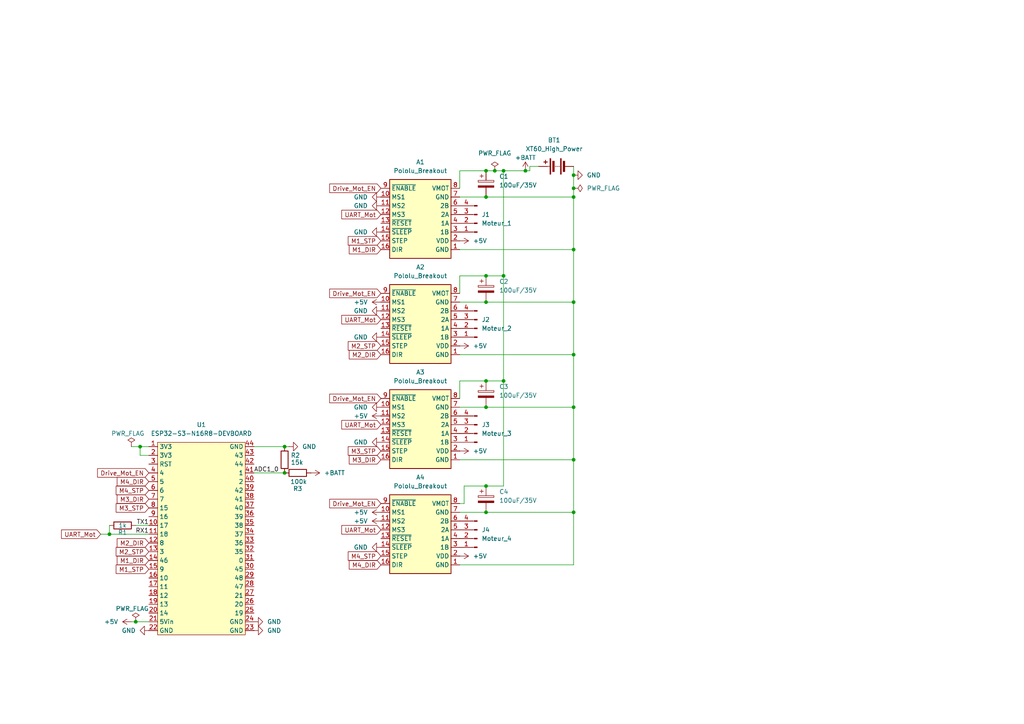
<source format=kicad_sch>
(kicad_sch (version 20231120) (generator "eeschema") (generator_version "8.0")
  (paper "A4")
  (title_block (title "Carte de commande principale") (date "2025-01-26") (rev "0.1") (company "Valentin G."))
  (lib_symbols
    (symbol "Connector:Conn_01x04_Pin" (pin_names (offset 1.016) hide)
      (property "Reference" "J" (at 0 5.08 0))
      (property "Value" "Conn_01x04_Pin" (at 0 -7.62 0))
      (symbol "Conn_01x04_Pin_1_1"
        (polyline (pts (xy 1.27 -5.08) (xy 0.8636 -5.08)) (stroke (width 0.1524)))
        (polyline (pts (xy 1.27 -2.54) (xy 0.8636 -2.54)) (stroke (width 0.1524)))
        (polyline (pts (xy 1.27 0) (xy 0.8636 0)) (stroke (width 0.1524)))
        (polyline (pts (xy 1.27 2.54) (xy 0.8636 2.54)) (stroke (width 0.1524)))
        (rectangle (start 0.8636 -4.953) (end 0 -5.207) (stroke (width 0.1524)) (fill (type outline)))
        (rectangle (start 0.8636 -2.413) (end 0 -2.667) (stroke (width 0.1524)) (fill (type outline)))
        (rectangle (start 0.8636 0.127) (end 0 -0.127) (stroke (width 0.1524)) (fill (type outline)))
        (rectangle (start 0.8636 2.667) (end 0 2.413) (stroke (width 0.1524)) (fill (type outline)))
        (pin passive line (at 5.08 2.54 180) (length 3.81) (name "Pin_1") (number "1"))
        (pin passive line (at 5.08 0 180) (length 3.81) (name "Pin_2") (number "2"))
        (pin passive line (at 5.08 -2.54 180) (length 3.81) (name "Pin_3") (number "3"))
        (pin passive line (at 5.08 -5.08 180) (length 3.81) (name "Pin_4") (number "4"))
      )
    )
    (symbol "Custom:ESP32-S3-DEVBOARD"
      (property "Reference" "U" (at 13.462 -25.4 0))
      (property "Value" "ESP32-S3-N16R8-DEVBOARD" (at 14.986 3.048 0))
      (symbol "ESP32-S3-DEVBOARD_0_0"
        (pin power_in line (at 0 0 0) (length 2.54) (name "3V3") (number "1"))
        (pin bidirectional line (at 0 -22.86 0) (length 2.54) (name "17") (number "10"))
        (pin bidirectional line (at 0 -25.4 0) (length 2.54) (name "18") (number "11"))
        (pin bidirectional line (at 0 -27.94 0) (length 2.54) (name "8") (number "12"))
        (pin bidirectional line (at 0 -30.48 0) (length 2.54) (name "3") (number "13"))
        (pin bidirectional line (at 0 -33.02 0) (length 2.54) (name "46") (number "14"))
        (pin bidirectional line (at 0 -35.56 0) (length 2.54) (name "9") (number "15"))
        (pin bidirectional line (at 0 -38.1 0) (length 2.54) (name "10") (number "16"))
        (pin bidirectional line (at 0 -40.64 0) (length 2.54) (name "11") (number "17"))
        (pin bidirectional line (at 0 -43.18 0) (length 2.54) (name "12") (number "18"))
        (pin bidirectional line (at 0 -45.72 0) (length 2.54) (name "13") (number "19"))
        (pin power_in line (at 0 -2.54 0) (length 2.54) (name "3V3") (number "2"))
        (pin bidirectional line (at 0 -48.26 0) (length 2.54) (name "14") (number "20"))
        (pin power_in line (at 0 -50.8 0) (length 2.54) (name "5Vin") (number "21"))
        (pin power_in line (at 0 -53.34 0) (length 2.54) (name "GND") (number "22"))
        (pin power_in line (at 30.48 -53.34 180) (length 2.54) (name "GND") (number "23"))
        (pin power_in line (at 30.48 -50.8 180) (length 2.54) (name "GND") (number "24"))
        (pin bidirectional line (at 30.48 -48.26 180) (length 2.54) (name "19") (number "25"))
        (pin bidirectional line (at 30.48 -45.72 180) (length 2.54) (name "20") (number "26"))
        (pin input line (at 0 -5.08 0) (length 2.54) (name "RST") (number "3"))
        (pin bidirectional line (at 0 -7.62 0) (length 2.54) (name "4") (number "4"))
        (pin bidirectional line (at 0 -10.16 0) (length 2.54) (name "5") (number "5"))
        (pin bidirectional line (at 0 -12.7 0) (length 2.54) (name "6") (number "6"))
        (pin bidirectional line (at 0 -15.24 0) (length 2.54) (name "7") (number "7"))
        (pin bidirectional line (at 0 -17.78 0) (length 2.54) (name "15") (number "8"))
        (pin bidirectional line (at 0 -20.32 0) (length 2.54) (name "16") (number "9"))
      )
      (symbol "ESP32-S3-DEVBOARD_0_1"
        (rectangle (start 2.54 1.27) (end 27.94 -54.61) (fill (type background)))
      )
      (symbol "ESP32-S3-DEVBOARD_1_0"
        (pin bidirectional line (at 30.48 -43.18 180) (length 2.54) (name "21") (number "27"))
        (pin bidirectional line (at 30.48 -40.64 180) (length 2.54) (name "47") (number "28"))
        (pin bidirectional line (at 30.48 -38.1 180) (length 2.54) (name "48") (number "29"))
        (pin bidirectional line (at 30.48 -35.56 180) (length 2.54) (name "45") (number "30"))
        (pin bidirectional line (at 30.48 -33.02 180) (length 2.54) (name "0") (number "31"))
        (pin bidirectional line (at 30.48 -30.48 180) (length 2.54) (name "35") (number "32"))
        (pin bidirectional line (at 30.48 -27.94 180) (length 2.54) (name "36") (number "33"))
        (pin bidirectional line (at 30.48 -25.4 180) (length 2.54) (name "37") (number "34"))
        (pin bidirectional line (at 30.48 -22.86 180) (length 2.54) (name "38") (number "35"))
        (pin bidirectional line (at 30.48 -20.32 180) (length 2.54) (name "39") (number "36"))
        (pin bidirectional line (at 30.48 -17.78 180) (length 2.54) (name "40") (number "37"))
        (pin bidirectional line (at 30.48 -15.24 180) (length 2.54) (name "41") (number "38"))
        (pin bidirectional line (at 30.48 -12.7 180) (length 2.54) (name "42") (number "39"))
        (pin bidirectional line (at 30.48 -10.16 180) (length 2.54) (name "2") (number "40"))
        (pin bidirectional line (at 30.48 -7.62 180) (length 2.54) (name "1") (number "41"))
        (pin bidirectional line (at 30.48 -5.08 180) (length 2.54) (name "44") (number "42"))
        (pin bidirectional line (at 30.48 -2.54 180) (length 2.54) (name "43") (number "43"))
        (pin power_in line (at 30.48 0 180) (length 2.54) (name "GND") (number "44"))
      )
    )
    (symbol "Custom:Pololu_Breakout_Stepper_Driver"
      (property "Reference" "A" (at -0.762 8.636 0))
      (property "Value" "Pololu_Breakout" (at 8.382 6.604 0))
      (symbol "Pololu_Breakout_Stepper_Driver_0_1"
        (rectangle (start -7.62 5.08) (end 10.16 -17.78) (stroke (width 0.254)) (fill (type background)))
      )
      (symbol "Pololu_Breakout_Stepper_Driver_1_1"
        (pin power_in line (at 12.7 -15.24 180) (length 2.54) (name "GND") (number "1"))
        (pin input line (at -10.16 0 0) (length 2.54) (name "MS1") (number "10"))
        (pin input line (at -10.16 -2.54 0) (length 2.54) (name "MS2") (number "11"))
        (pin input line (at -10.16 -5.08 0) (length 2.54) (name "MS3") (number "12"))
        (pin input line (at -10.16 -7.62 0) (length 2.54) (name "~{RESET}") (number "13"))
        (pin input line (at -10.16 -10.16 0) (length 2.54) (name "~{SLEEP}") (number "14"))
        (pin input line (at -10.16 -12.7 0) (length 2.54) (name "STEP") (number "15"))
        (pin input line (at -10.16 -15.24 0) (length 2.54) (name "DIR") (number "16"))
        (pin power_in line (at 12.7 -12.7 180) (length 2.54) (name "VDD") (number "2"))
        (pin output line (at 12.7 -10.16 180) (length 2.54) (name "1B") (number "3"))
        (pin output line (at 12.7 -7.62 180) (length 2.54) (name "1A") (number "4"))
        (pin output line (at 12.7 -5.08 180) (length 2.54) (name "2A") (number "5"))
        (pin output line (at 12.7 -2.54 180) (length 2.54) (name "2B") (number "6"))
        (pin power_in line (at 12.7 0 180) (length 2.54) (name "GND") (number "7"))
        (pin power_in line (at 12.7 2.54 180) (length 2.54) (name "VMOT") (number "8"))
        (pin input line (at -10.16 2.54 0) (length 2.54) (name "~{ENABLE}") (number "9"))
      )
    )
    (symbol "Device:Battery" (pin_numbers hide) (pin_names (offset 0) hide)
      (property "Reference" "BT" (at 2.54 2.54 0))
      (property "Value" "Battery" (at 2.54 0 0))
      (symbol "Battery_0_1"
        (rectangle (start -2.286 -1.27) (end 2.286 -1.524) (fill (type outline)))
        (rectangle (start -2.286 1.778) (end 2.286 1.524) (fill (type outline)))
        (rectangle (start -1.524 -2.032) (end 1.524 -2.54) (fill (type outline)))
        (rectangle (start -1.524 1.016) (end 1.524 0.508) (fill (type outline)))
        (polyline (pts (xy 0 -1.016) (xy 0 -0.762)))
        (polyline (pts (xy 0 -0.508) (xy 0 -0.254)))
        (polyline (pts (xy 0 0) (xy 0 0.254)))
        (polyline (pts (xy 0 1.778) (xy 0 2.54)))
        (polyline (pts (xy 0.762 3.048) (xy 1.778 3.048)) (stroke (width 0.254)))
        (polyline (pts (xy 1.27 3.556) (xy 1.27 2.54)) (stroke (width 0.254)))
      )
      (symbol "Battery_1_1"
        (pin passive line (at 0 5.08 270) (length 2.54) (name "+") (number "1"))
        (pin passive line (at 0 -5.08 90) (length 2.54) (name "-") (number "2"))
      )
    )
    (symbol "Device:C_Polarized" (pin_numbers hide) (pin_names (offset 0.254))
      (property "Reference" "C" (at 0.635 2.54 0))
      (property "Value" "C_Polarized" (at 0.635 -2.54 0))
      (symbol "C_Polarized_0_1"
        (rectangle (start -2.286 0.508) (end 2.286 1.016))
        (polyline (pts (xy -1.778 2.286) (xy -0.762 2.286)))
        (polyline (pts (xy -1.27 2.794) (xy -1.27 1.778)))
        (rectangle (start 2.286 -0.508) (end -2.286 -1.016) (fill (type outline)))
      )
      (symbol "C_Polarized_1_1"
        (pin passive line (at 0 3.81 270) (length 2.794) (name "~") (number "1"))
        (pin passive line (at 0 -3.81 90) (length 2.794) (name "~") (number "2"))
      )
    )
    (symbol "Device:R" (pin_numbers hide) (pin_names (offset 0))
      (property "Reference" "R" (at 2.032 0 90))
      (property "Value" "R" (at 0 0 90))
      (symbol "R_0_1"
        (rectangle (start -1.016 -2.54) (end 1.016 2.54) (stroke (width 0.254)))
      )
      (symbol "R_1_1"
        (pin passive line (at 0 3.81 270) (length 1.27) (name "~") (number "1"))
        (pin passive line (at 0 -3.81 90) (length 1.27) (name "~") (number "2"))
      )
    )
    (symbol "power:+5V" (power) (pin_numbers hide) (pin_names (offset 0) hide)
      (property "Value" "+5V" (at 0 3.556 0))
      (symbol "+5V_0_1"
        (polyline (pts (xy -0.762 1.27) (xy 0 2.54)))
        (polyline (pts (xy 0 0) (xy 0 2.54)))
        (polyline (pts (xy 0 2.54) (xy 0.762 1.27)))
      )
      (symbol "+5V_1_1"
        (pin power_in line (at 0 0 90) (length 0) (name "~") (number "1"))
      )
    )
    (symbol "power:+BATT" (power) (pin_numbers hide) (pin_names (offset 0) hide)
      (property "Value" "+BATT" (at 0 3.556 0))
      (symbol "+BATT_0_1"
        (polyline (pts (xy -0.762 1.27) (xy 0 2.54)))
        (polyline (pts (xy 0 0) (xy 0 2.54)))
        (polyline (pts (xy 0 2.54) (xy 0.762 1.27)))
      )
      (symbol "+BATT_1_1"
        (pin power_in line (at 0 0 90) (length 0) (name "~") (number "1"))
      )
    )
    (symbol "power:GND" (power) (pin_numbers hide) (pin_names (offset 0) hide)
      (property "Value" "GND" (at 0 -3.81 0))
      (symbol "GND_0_1"
        (polyline (pts (xy 0 0) (xy 0 -1.27) (xy 1.27 -1.27) (xy 0 -2.54) (xy -1.27 -1.27) (xy 0 -1.27)))
      )
      (symbol "GND_1_1"
        (pin power_in line (at 0 0 270) (length 0) (name "~") (number "1"))
      )
    )
    (symbol "power:PWR_FLAG" (power) (pin_numbers hide) (pin_names (offset 0) hide)
      (property "Value" "PWR_FLAG" (at 0 3.81 0))
      (symbol "PWR_FLAG_0_0"
        (pin power_out line (at 0 0 90) (length 0) (name "~") (number "1"))
      )
      (symbol "PWR_FLAG_0_1"
        (polyline (pts (xy 0 0) (xy 0 1.27) (xy -1.016 1.905) (xy 0 2.54) (xy 1.016 1.905) (xy 0 1.27)))
      )
    )
  )
  (junction (at 146.05 49.53))
  (junction (at 40.64 129.54))
  (junction (at 143.51 49.53))
  (junction (at 166.37 50.8))
  (junction (at 146.05 110.49))
  (junction (at 31.75 154.94))
  (junction (at 140.97 87.63))
  (junction (at 140.97 49.53))
  (junction (at 166.37 87.63))
  (junction (at 166.37 57.15))
  (junction (at 140.97 118.11))
  (junction (at 166.37 72.39))
  (junction (at 140.97 140.97))
  (junction (at 140.97 110.49))
  (junction (at 140.97 80.01))
  (junction (at 166.37 118.11))
  (junction (at 166.37 148.59))
  (junction (at 82.55 137.16))
  (junction (at 140.97 148.59))
  (junction (at 146.05 80.01))
  (junction (at 140.97 57.15))
  (junction (at 39.37 180.34))
  (junction (at 166.37 54.61))
  (junction (at 166.37 133.35))
  (junction (at 166.37 102.87))
  (junction (at 152.4 49.53))
  (junction (at 82.55 129.54))
  (wire (pts (xy 166.37 102.87) (xy 166.37 118.11)))
  (wire (pts (xy 133.35 57.15) (xy 140.97 57.15)))
  (wire (pts (xy 140.97 87.63) (xy 166.37 87.63)))
  (wire (pts (xy 134.62 140.97) (xy 134.62 146.05)))
  (wire (pts (xy 39.37 152.4) (xy 43.18 152.4)))
  (wire (pts (xy 140.97 118.11) (xy 166.37 118.11)))
  (wire (pts (xy 166.37 72.39) (xy 133.35 72.39)))
  (wire (pts (xy 133.35 80.01) (xy 133.35 85.09)))
  (wire (pts (xy 146.05 80.01) (xy 146.05 110.49)))
  (wire (pts (xy 133.35 110.49) (xy 133.35 115.57)))
  (wire (pts (xy 73.66 137.16) (xy 82.55 137.16)))
  (wire (pts (xy 38.1 180.34) (xy 39.37 180.34)))
  (wire (pts (xy 166.37 118.11) (xy 166.37 133.35)))
  (wire (pts (xy 153.67 49.53) (xy 152.4 49.53)))
  (wire (pts (xy 166.37 72.39) (xy 166.37 87.63)))
  (wire (pts (xy 133.35 110.49) (xy 140.97 110.49)))
  (wire (pts (xy 133.35 133.35) (xy 166.37 133.35)))
  (wire (pts (xy 133.35 148.59) (xy 140.97 148.59)))
  (wire (pts (xy 133.35 80.01) (xy 140.97 80.01)))
  (wire (pts (xy 166.37 54.61) (xy 166.37 57.15)))
  (wire (pts (xy 140.97 140.97) (xy 146.05 140.97)))
  (wire (pts (xy 133.35 118.11) (xy 140.97 118.11)))
  (wire (pts (xy 153.67 49.53) (xy 153.67 48.26)))
  (wire (pts (xy 39.37 180.34) (xy 43.18 180.34)))
  (wire (pts (xy 146.05 110.49) (xy 146.05 140.97)))
  (wire (pts (xy 134.62 146.05) (xy 133.35 146.05)))
  (wire (pts (xy 40.64 129.54) (xy 43.18 129.54)))
  (wire (pts (xy 153.67 48.26) (xy 156.21 48.26)))
  (wire (pts (xy 83.82 129.54) (xy 82.55 129.54)))
  (wire (pts (xy 143.51 49.53) (xy 140.97 49.53)))
  (wire (pts (xy 38.1 129.54) (xy 40.64 129.54)))
  (wire (pts (xy 140.97 57.15) (xy 166.37 57.15)))
  (wire (pts (xy 166.37 50.8) (xy 166.37 54.61)))
  (wire (pts (xy 146.05 49.53) (xy 146.05 80.01)))
  (wire (pts (xy 31.75 154.94) (xy 43.18 154.94)))
  (wire (pts (xy 140.97 49.53) (xy 133.35 49.53)))
  (wire (pts (xy 40.64 132.08) (xy 40.64 129.54)))
  (wire (pts (xy 140.97 80.01) (xy 146.05 80.01)))
  (wire (pts (xy 166.37 48.26) (xy 166.37 50.8)))
  (wire (pts (xy 133.35 102.87) (xy 166.37 102.87)))
  (wire (pts (xy 166.37 163.83) (xy 133.35 163.83)))
  (wire (pts (xy 31.75 152.4) (xy 31.75 154.94)))
  (wire (pts (xy 29.21 154.94) (xy 31.75 154.94)))
  (wire (pts (xy 133.35 87.63) (xy 140.97 87.63)))
  (wire (pts (xy 166.37 57.15) (xy 166.37 72.39)))
  (wire (pts (xy 73.66 129.54) (xy 82.55 129.54)))
  (wire (pts (xy 166.37 87.63) (xy 166.37 102.87)))
  (wire (pts (xy 146.05 49.53) (xy 143.51 49.53)))
  (wire (pts (xy 166.37 133.35) (xy 166.37 148.59)))
  (wire (pts (xy 152.4 49.53) (xy 146.05 49.53)))
  (wire (pts (xy 140.97 148.59) (xy 166.37 148.59)))
  (wire (pts (xy 43.18 132.08) (xy 40.64 132.08)))
  (wire (pts (xy 140.97 110.49) (xy 146.05 110.49)))
  (wire (pts (xy 166.37 148.59) (xy 166.37 163.83)))
  (wire (pts (xy 133.35 49.53) (xy 133.35 54.61)))
  (wire (pts (xy 134.62 140.97) (xy 140.97 140.97)))
  (label "TX1" (at 43.18 152.4 180))
  (label "RX1" (at 43.18 154.94 180))
  (label "ADC1_0" (at 73.66 137.16 0))
  (global_label "M1_DIR" (shape input) (at 43.18 162.56 180) (property "Intersheetrefs" "${INTERSHEET_REFS}" (effects (hide yes))))
  (global_label "UART_Mot" (shape input) (at 110.49 62.23 180) (property "Intersheetrefs" "${INTERSHEET_REFS}" (effects (hide yes))))
  (global_label "M2_DIR" (shape input) (at 43.18 157.48 180) (property "Intersheetrefs" "${INTERSHEET_REFS}" (effects (hide yes))))
  (global_label "M2_DIR" (shape input) (at 110.49 102.87 180) (property "Intersheetrefs" "${INTERSHEET_REFS}" (effects (hide yes))))
  (global_label "M3_STP" (shape input) (at 110.49 130.81 180) (property "Intersheetrefs" "${INTERSHEET_REFS}" (effects (hide yes))))
  (global_label "Drive_Mot_EN" (shape input) (at 43.18 137.16 180) (property "Intersheetrefs" "${INTERSHEET_REFS}" (effects (hide yes))))
  (global_label "M1_STP" (shape input) (at 110.49 69.85 180) (property "Intersheetrefs" "${INTERSHEET_REFS}" (effects (hide yes))))
  (global_label "UART_Mot" (shape input) (at 110.49 123.19 180) (property "Intersheetrefs" "${INTERSHEET_REFS}" (effects (hide yes))))
  (global_label "M2_STP" (shape input) (at 110.49 100.33 180) (property "Intersheetrefs" "${INTERSHEET_REFS}" (effects (hide yes))))
  (global_label "M4_STP" (shape input) (at 43.18 142.24 180) (property "Intersheetrefs" "${INTERSHEET_REFS}" (effects (hide yes))))
  (global_label "M4_DIR" (shape input) (at 43.18 139.7 180) (property "Intersheetrefs" "${INTERSHEET_REFS}" (effects (hide yes))))
  (global_label "M1_STP" (shape input) (at 43.18 165.1 180) (property "Intersheetrefs" "${INTERSHEET_REFS}" (effects (hide yes))))
  (global_label "M4_STP" (shape input) (at 110.49 161.29 180) (property "Intersheetrefs" "${INTERSHEET_REFS}" (effects (hide yes))))
  (global_label "Drive_Mot_EN" (shape input) (at 110.49 146.05 180) (property "Intersheetrefs" "${INTERSHEET_REFS}" (effects (hide yes))))
  (global_label "M3_DIR" (shape input) (at 110.49 133.35 180) (property "Intersheetrefs" "${INTERSHEET_REFS}" (effects (hide yes))))
  (global_label "Drive_Mot_EN" (shape input) (at 110.49 85.09 180) (property "Intersheetrefs" "${INTERSHEET_REFS}" (effects (hide yes))))
  (global_label "M4_DIR" (shape input) (at 110.49 163.83 180) (property "Intersheetrefs" "${INTERSHEET_REFS}" (effects (hide yes))))
  (global_label "M3_STP" (shape input) (at 43.18 147.32 180) (property "Intersheetrefs" "${INTERSHEET_REFS}" (effects (hide yes))))
  (global_label "M1_DIR" (shape input) (at 110.49 72.39 180) (property "Intersheetrefs" "${INTERSHEET_REFS}" (effects (hide yes))))
  (global_label "UART_Mot" (shape input) (at 29.21 154.94 180) (property "Intersheetrefs" "${INTERSHEET_REFS}" (effects (hide yes))))
  (global_label "UART_Mot" (shape input) (at 110.49 153.67 180) (property "Intersheetrefs" "${INTERSHEET_REFS}" (effects (hide yes))))
  (global_label "M3_DIR" (shape input) (at 43.18 144.78 180) (property "Intersheetrefs" "${INTERSHEET_REFS}" (effects (hide yes))))
  (global_label "Drive_Mot_EN" (shape input) (at 110.49 54.61 180) (property "Intersheetrefs" "${INTERSHEET_REFS}" (effects (hide yes))))
  (global_label "M2_STP" (shape input) (at 43.18 160.02 180) (property "Intersheetrefs" "${INTERSHEET_REFS}" (effects (hide yes))))
  (global_label "Drive_Mot_EN" (shape input) (at 110.49 115.57 180) (property "Intersheetrefs" "${INTERSHEET_REFS}" (effects (hide yes))))
  (global_label "UART_Mot" (shape input) (at 110.49 92.71 180) (property "Intersheetrefs" "${INTERSHEET_REFS}" (effects (hide yes))))
  (symbol (lib_id "power:GND") (at 43.18 182.88 270) (unit 1)
    (property "Reference" "#PWR02" (effects (hide yes)))
    (property "Value" "GND" (at 39.37 182.8799 90) (effects (justify right)))
    (property "Description" "Power symbol creates a global label with name \"GND\" , ground" (effects (hide yes)))
  )
  (symbol (lib_id "power:+BATT") (at 90.17 137.16 270) (unit 1)
    (property "Reference" "#PWR06" (effects (hide yes)))
    (property "Value" "+BATT" (at 93.98 137.1599 90) (effects (justify left)))
    (property "Description" "Power symbol creates a global label with name \"+BATT\"" (effects (hide yes)))
  )
  (symbol (lib_id "Device:C_Polarized") (at 140.97 83.82 0) (unit 1)
    (property "Reference" "C2" (at 144.78 81.6609 0) (effects (justify left)))
    (property "Value" "100uF/35V" (at 144.78 84.2009 0) (effects (justify left)))
    (property "Footprint" "Capacitor_THT:CP_Radial_D6.3mm_P2.50mm" (effects (hide yes)))
    (property "Description" "Polarized capacitor" (effects (hide yes)))
  )
  (symbol (lib_id "power:GND") (at 110.49 59.69 270) (unit 1)
    (property "Reference" "#PWR08" (effects (hide yes)))
    (property "Value" "GND" (at 106.68 59.6899 90) (effects (justify right)))
    (property "Description" "Power symbol creates a global label with name \"GND\" , ground" (effects (hide yes)))
  )
  (symbol (lib_id "power:GND") (at 110.49 67.31 270) (unit 1)
    (property "Reference" "#PWR09" (effects (hide yes)))
    (property "Value" "GND" (at 106.68 67.3099 90) (effects (justify right)))
    (property "Description" "Power symbol creates a global label with name \"GND\" , ground" (effects (hide yes)))
  )
  (symbol (lib_id "power:+5V") (at 133.35 100.33 270) (unit 1)
    (property "Reference" "#PWR020" (effects (hide yes)))
    (property "Value" "+5V" (at 137.16 100.3299 90) (effects (justify left)))
    (property "Description" "Power symbol creates a global label with name \"+5V\"" (effects (hide yes)))
  )
  (symbol (lib_id "power:+5V") (at 110.49 151.13 90) (unit 1)
    (property "Reference" "#PWR017" (effects (hide yes)))
    (property "Value" "+5V" (at 106.68 151.1299 90) (effects (justify left)))
    (property "Description" "Power symbol creates a global label with name \"+5V\"" (effects (hide yes)))
  )
  (symbol (lib_id "power:+5V") (at 133.35 161.29 270) (unit 1)
    (property "Reference" "#PWR022" (effects (hide yes)))
    (property "Value" "+5V" (at 137.16 161.2899 90) (effects (justify left)))
    (property "Description" "Power symbol creates a global label with name \"+5V\"" (effects (hide yes)))
  )
  (symbol (lib_id "power:+5V") (at 110.49 120.65 90) (unit 1)
    (property "Reference" "#PWR014" (effects (hide yes)))
    (property "Value" "+5V" (at 106.68 120.6499 90) (effects (justify left)))
    (property "Description" "Power symbol creates a global label with name \"+5V\"" (effects (hide yes)))
  )
  (symbol (lib_id "Connector:Conn_01x04_Pin") (at 138.43 95.25 180) (unit 1)
    (property "Reference" "J2" (at 139.7 92.7099 0) (effects (justify right)))
    (property "Value" "Moteur_2" (at 139.7 95.2499 0) (effects (justify right)))
    (property "Footprint" "Connector_PinHeader_2.54mm:PinHeader_1x04_P2.54mm_Vertical" (effects (hide yes)))
    (property "Description" "Generic connector, single row, 01x04, script generated" (effects (hide yes)))
  )
  (symbol (lib_id "Device:C_Polarized") (at 140.97 53.34 0) (unit 1)
    (property "Reference" "C1" (at 144.78 51.1809 0) (effects (justify left)))
    (property "Value" "100uF/35V" (at 144.78 53.7209 0) (effects (justify left)))
    (property "Footprint" "Capacitor_THT:CP_Radial_D6.3mm_P2.50mm" (effects (hide yes)))
    (property "Description" "Polarized capacitor" (effects (hide yes)))
  )
  (symbol (lib_id "Device:C_Polarized") (at 140.97 144.78 0) (unit 1)
    (property "Reference" "C4" (at 144.78 142.6209 0) (effects (justify left)))
    (property "Value" "100uF/35V" (at 144.78 145.1609 0) (effects (justify left)))
    (property "Footprint" "Capacitor_THT:CP_Radial_D6.3mm_P2.50mm" (effects (hide yes)))
    (property "Description" "Polarized capacitor" (effects (hide yes)))
  )
  (symbol (lib_id "Custom:Pololu_Breakout_Stepper_Driver") (at 120.65 148.59 0) (unit 1)
    (property "Reference" "A4" (at 121.92 138.43 0))
    (property "Value" "Pololu_Breakout" (at 121.92 140.97 0))
    (property "Footprint" "Custom:Pololu_Breakout-16_15.2x20.3mm_Better_Silkscreen" (effects (hide yes)))
    (property "Description" "Pololu Breakout Board, Generic Stepper Driver" (effects (hide yes)))
  )
  (symbol (lib_id "Connector:Conn_01x04_Pin") (at 138.43 64.77 180) (unit 1)
    (property "Reference" "J1" (at 139.7 62.2299 0) (effects (justify right)))
    (property "Value" "Moteur_1" (at 139.7 64.7699 0) (effects (justify right)))
    (property "Footprint" "Connector_PinHeader_2.54mm:PinHeader_1x04_P2.54mm_Vertical" (effects (hide yes)))
    (property "Description" "Generic connector, single row, 01x04, script generated" (effects (hide yes)))
  )
  (symbol (lib_id "power:GND") (at 110.49 90.17 270) (unit 1)
    (property "Reference" "#PWR011" (effects (hide yes)))
    (property "Value" "GND" (at 106.68 90.1699 90) (effects (justify right)))
    (property "Description" "Power symbol creates a global label with name \"GND\" , ground" (effects (hide yes)))
  )
  (symbol (lib_id "Device:R") (at 35.56 152.4 90) (unit 1)
    (property "Reference" "R1" (at 35.56 154.432 90))
    (property "Value" "1k" (at 35.56 152.4 90))
    (property "Footprint" "Resistor_THT:R_Axial_DIN0411_L9.9mm_D3.6mm_P15.24mm_Horizontal" (effects (hide yes)))
    (property "Description" "Resistor" (effects (hide yes)))
  )
  (symbol (lib_id "power:GND") (at 110.49 57.15 270) (unit 1)
    (property "Reference" "#PWR07" (effects (hide yes)))
    (property "Value" "GND" (at 106.68 57.1499 90) (effects (justify right)))
    (property "Description" "Power symbol creates a global label with name \"GND\" , ground" (effects (hide yes)))
  )
  (symbol (lib_id "Connector:Conn_01x04_Pin") (at 138.43 125.73 180) (unit 1)
    (property "Reference" "J3" (at 139.7 123.1899 0) (effects (justify right)))
    (property "Value" "Moteur_3" (at 139.7 125.7299 0) (effects (justify right)))
    (property "Footprint" "Connector_PinHeader_2.54mm:PinHeader_1x04_P2.54mm_Vertical" (effects (hide yes)))
    (property "Description" "Generic connector, single row, 01x04, script generated" (effects (hide yes)))
  )
  (symbol (lib_id "Custom:Pololu_Breakout_Stepper_Driver") (at 120.65 57.15 0) (unit 1)
    (property "Reference" "A1" (at 121.92 46.99 0))
    (property "Value" "Pololu_Breakout" (at 121.92 49.53 0))
    (property "Footprint" "Custom:Pololu_Breakout-16_15.2x20.3mm_Better_Silkscreen" (effects (hide yes)))
    (property "Description" "Pololu Breakout Board, Generic Stepper Driver" (effects (hide yes)))
  )
  (symbol (lib_id "Device:R") (at 82.55 133.35 0) (unit 1)
    (property "Reference" "R2" (at 84.328 132.08 0) (effects (justify left)))
    (property "Value" "15k" (at 84.328 134.112 0) (effects (justify left)))
    (property "Footprint" "Resistor_THT:R_Axial_DIN0411_L9.9mm_D3.6mm_P15.24mm_Horizontal" (effects (hide yes)))
    (property "Description" "Resistor" (effects (hide yes)))
  )
  (symbol (lib_id "power:GND") (at 110.49 128.27 270) (unit 1)
    (property "Reference" "#PWR015" (effects (hide yes)))
    (property "Value" "GND" (at 106.68 128.2699 90) (effects (justify right)))
    (property "Description" "Power symbol creates a global label with name \"GND\" , ground" (effects (hide yes)))
  )
  (symbol (lib_id "Connector:Conn_01x04_Pin") (at 138.43 156.21 180) (unit 1)
    (property "Reference" "J4" (at 139.7 153.6699 0) (effects (justify right)))
    (property "Value" "Moteur_4" (at 139.7 156.2099 0) (effects (justify right)))
    (property "Footprint" "Connector_PinHeader_2.54mm:PinHeader_1x04_P2.54mm_Vertical" (effects (hide yes)))
    (property "Description" "Generic connector, single row, 01x04, script generated" (effects (hide yes)))
  )
  (symbol (lib_id "Custom:Pololu_Breakout_Stepper_Driver") (at 120.65 87.63 0) (unit 1)
    (property "Reference" "A2" (at 121.92 77.47 0))
    (property "Value" "Pololu_Breakout" (at 121.92 80.01 0))
    (property "Footprint" "Custom:Pololu_Breakout-16_15.2x20.3mm_Better_Silkscreen" (effects (hide yes)))
    (property "Description" "Pololu Breakout Board, Generic Stepper Driver" (effects (hide yes)))
  )
  (symbol (lib_id "power:+5V") (at 110.49 148.59 90) (unit 1)
    (property "Reference" "#PWR016" (effects (hide yes)))
    (property "Value" "+5V" (at 106.68 148.5899 90) (effects (justify left)))
    (property "Description" "Power symbol creates a global label with name \"+5V\"" (effects (hide yes)))
  )
  (symbol (lib_id "power:+BATT") (at 152.4 49.53 0) (unit 1)
    (property "Reference" "#PWR023" (effects (hide yes)))
    (property "Value" "+BATT" (at 152.4 45.72 0))
    (property "Description" "Power symbol creates a global label with name \"+BATT\"" (effects (hide yes)))
  )
  (symbol (lib_id "power:PWR_FLAG") (at 38.1 129.54 0) (unit 1)
    (property "Reference" "#FLG01" (effects (hide yes)))
    (property "Value" "PWR_FLAG" (at 37.084 125.73 0))
    (property "Description" "Special symbol for telling ERC where power comes from" (effects (hide yes)))
  )
  (symbol (lib_id "power:GND") (at 110.49 158.75 270) (unit 1)
    (property "Reference" "#PWR018" (effects (hide yes)))
    (property "Value" "GND" (at 106.68 158.7499 90) (effects (justify right)))
    (property "Description" "Power symbol creates a global label with name \"GND\" , ground" (effects (hide yes)))
  )
  (symbol (lib_id "power:PWR_FLAG") (at 39.37 180.34 0) (unit 1)
    (property "Reference" "#FLG02" (effects (hide yes)))
    (property "Value" "PWR_FLAG" (at 38.354 176.53 0))
    (property "Description" "Special symbol for telling ERC where power comes from" (effects (hide yes)))
  )
  (symbol (lib_id "Custom:Pololu_Breakout_Stepper_Driver") (at 120.65 118.11 0) (unit 1)
    (property "Reference" "A3" (at 121.92 107.95 0))
    (property "Value" "Pololu_Breakout" (at 121.92 110.49 0))
    (property "Footprint" "Custom:Pololu_Breakout-16_15.2x20.3mm_Better_Silkscreen" (effects (hide yes)))
    (property "Description" "Pololu Breakout Board, Generic Stepper Driver" (effects (hide yes)))
  )
  (symbol (lib_id "power:GND") (at 110.49 97.79 270) (unit 1)
    (property "Reference" "#PWR012" (effects (hide yes)))
    (property "Value" "GND" (at 106.68 97.7899 90) (effects (justify right)))
    (property "Description" "Power symbol creates a global label with name \"GND\" , ground" (effects (hide yes)))
  )
  (symbol (lib_id "Device:R") (at 86.36 137.16 270) (unit 1)
    (property "Reference" "R3" (at 86.36 141.732 90))
    (property "Value" "100k" (at 86.614 139.7 90))
    (property "Footprint" "Resistor_THT:R_Axial_DIN0411_L9.9mm_D3.6mm_P15.24mm_Horizontal" (effects (hide yes)))
    (property "Description" "Resistor" (effects (hide yes)))
  )
  (symbol (lib_id "power:+5V") (at 38.1 180.34 90) (unit 1)
    (property "Reference" "#PWR01" (effects (hide yes)))
    (property "Value" "+5V" (at 34.29 180.3399 90) (effects (justify left)))
    (property "Description" "Power symbol creates a global label with name \"+5V\"" (effects (hide yes)))
  )
  (symbol (lib_id "power:+5V") (at 110.49 87.63 90) (unit 1)
    (property "Reference" "#PWR010" (effects (hide yes)))
    (property "Value" "+5V" (at 106.68 87.6299 90) (effects (justify left)))
    (property "Description" "Power symbol creates a global label with name \"+5V\"" (effects (hide yes)))
  )
  (symbol (lib_id "power:GND") (at 166.37 50.8 90) (unit 1)
    (property "Reference" "#PWR024" (effects (hide yes)))
    (property "Value" "GND" (at 170.18 50.7999 90) (effects (justify right)))
    (property "Description" "Power symbol creates a global label with name \"GND\" , ground" (effects (hide yes)))
  )
  (symbol (lib_id "power:+5V") (at 133.35 130.81 270) (unit 1)
    (property "Reference" "#PWR021" (effects (hide yes)))
    (property "Value" "+5V" (at 137.16 130.8099 90) (effects (justify left)))
    (property "Description" "Power symbol creates a global label with name \"+5V\"" (effects (hide yes)))
  )
  (symbol (lib_id "power:GND") (at 110.49 118.11 270) (unit 1)
    (property "Reference" "#PWR013" (effects (hide yes)))
    (property "Value" "GND" (at 106.68 118.1099 90) (effects (justify right)))
    (property "Description" "Power symbol creates a global label with name \"GND\" , ground" (effects (hide yes)))
  )
  (symbol (lib_id "power:GND") (at 83.82 129.54 90) (unit 1)
    (property "Reference" "#PWR05" (effects (hide yes)))
    (property "Value" "GND" (at 87.63 129.5399 90) (effects (justify right)))
    (property "Description" "Power symbol creates a global label with name \"GND\" , ground" (effects (hide yes)))
  )
  (symbol (lib_id "power:PWR_FLAG") (at 143.51 49.53 0) (unit 1)
    (property "Reference" "#FLG03" (effects (hide yes)))
    (property "Value" "PWR_FLAG" (at 143.51 44.45 0))
    (property "Description" "Special symbol for telling ERC where power comes from" (effects (hide yes)))
  )
  (symbol (lib_id "power:GND") (at 73.66 182.88 90) (unit 1)
    (property "Reference" "#PWR04" (effects (hide yes)))
    (property "Value" "GND" (at 77.47 182.8799 90) (effects (justify right)))
    (property "Description" "Power symbol creates a global label with name \"GND\" , ground" (effects (hide yes)))
  )
  (symbol (lib_id "Device:Battery") (at 161.29 48.26 90) (unit 1)
    (property "Reference" "BT1" (at 160.7185 40.64 90))
    (property "Value" "XT60_High_Power" (at 160.7185 43.18 90))
    (property "Footprint" "Connector_AMASS:AMASS_XT60-M_1x02_P7.20mm_Vertical" (effects (hide yes)))
    (property "Description" "Multiple-cell battery" (effects (hide yes)))
  )
  (symbol (lib_id "power:+5V") (at 133.35 69.85 270) (unit 1)
    (property "Reference" "#PWR019" (effects (hide yes)))
    (property "Value" "+5V" (at 137.16 69.8499 90) (effects (justify left)))
    (property "Description" "Power symbol creates a global label with name \"+5V\"" (effects (hide yes)))
  )
  (symbol (lib_id "Device:C_Polarized") (at 140.97 114.3 0) (unit 1)
    (property "Reference" "C3" (at 144.78 112.1409 0) (effects (justify left)))
    (property "Value" "100uF/35V" (at 144.78 114.6809 0) (effects (justify left)))
    (property "Footprint" "Capacitor_THT:CP_Radial_D6.3mm_P2.50mm" (effects (hide yes)))
    (property "Description" "Polarized capacitor" (effects (hide yes)))
  )
  (symbol (lib_id "power:PWR_FLAG") (at 166.37 54.61 270) (unit 1)
    (property "Reference" "#FLG04" (effects (hide yes)))
    (property "Value" "PWR_FLAG" (at 170.18 54.6099 90) (effects (justify left)))
    (property "Description" "Special symbol for telling ERC where power comes from" (effects (hide yes)))
  )
  (symbol (lib_id "Custom:ESP32-S3-DEVBOARD") (at 43.18 129.54 0) (unit 1)
    (property "Reference" "U1" (at 58.42 123.19 0))
    (property "Value" "ESP32-S3-N16R8-DEVBOARD" (at 58.42 125.73 0))
    (property "Footprint" "Custom:ESP32-S3-DevKit" (effects (hide yes)))
    (property "Datasheet" "https://www.aliexpress.com/item/1005006866671541.html" (effects (hide yes)))
  )
  (symbol (lib_id "power:GND") (at 73.66 180.34 90) (unit 1)
    (property "Reference" "#PWR03" (effects (hide yes)))
    (property "Value" "GND" (at 77.47 180.3399 90) (effects (justify right)))
    (property "Description" "Power symbol creates a global label with name \"GND\" , ground" (effects (hide yes)))
  )
)
</source>
